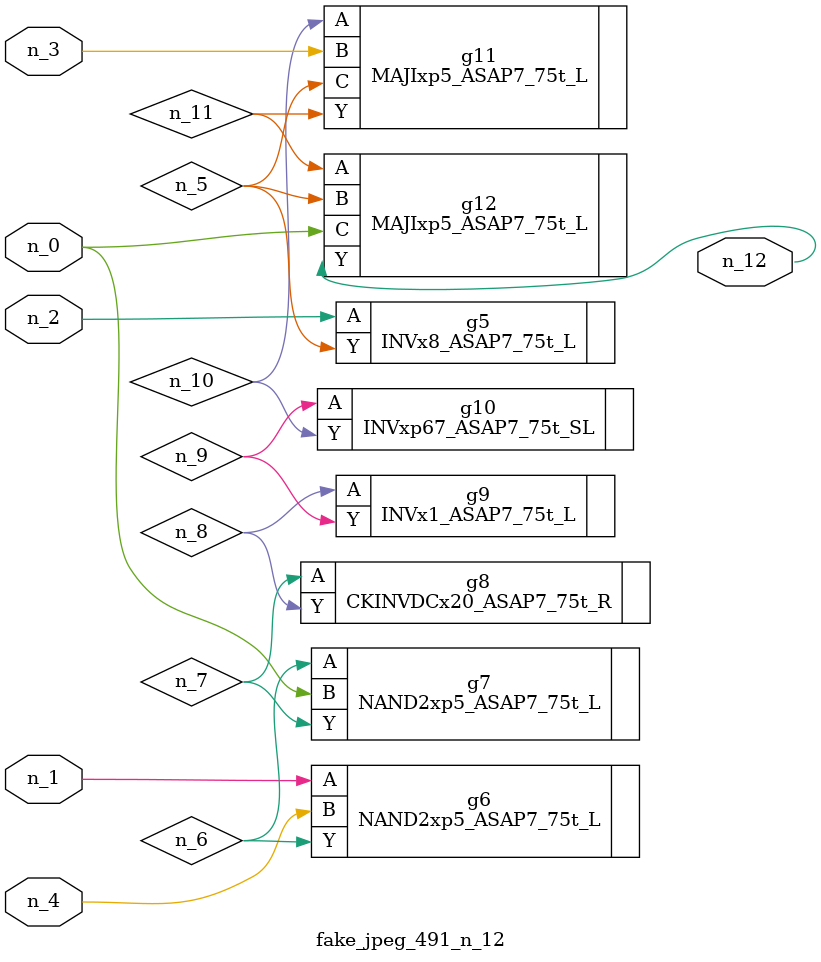
<source format=v>
module fake_jpeg_491_n_12 (n_3, n_2, n_1, n_0, n_4, n_12);

input n_3;
input n_2;
input n_1;
input n_0;
input n_4;

output n_12;

wire n_11;
wire n_10;
wire n_8;
wire n_9;
wire n_6;
wire n_5;
wire n_7;

INVx8_ASAP7_75t_L g5 ( 
.A(n_2),
.Y(n_5)
);

NAND2xp5_ASAP7_75t_L g6 ( 
.A(n_1),
.B(n_4),
.Y(n_6)
);

NAND2xp5_ASAP7_75t_L g7 ( 
.A(n_6),
.B(n_0),
.Y(n_7)
);

CKINVDCx20_ASAP7_75t_R g8 ( 
.A(n_7),
.Y(n_8)
);

INVx1_ASAP7_75t_L g9 ( 
.A(n_8),
.Y(n_9)
);

INVxp67_ASAP7_75t_SL g10 ( 
.A(n_9),
.Y(n_10)
);

MAJIxp5_ASAP7_75t_L g11 ( 
.A(n_10),
.B(n_3),
.C(n_5),
.Y(n_11)
);

MAJIxp5_ASAP7_75t_L g12 ( 
.A(n_11),
.B(n_5),
.C(n_0),
.Y(n_12)
);


endmodule
</source>
